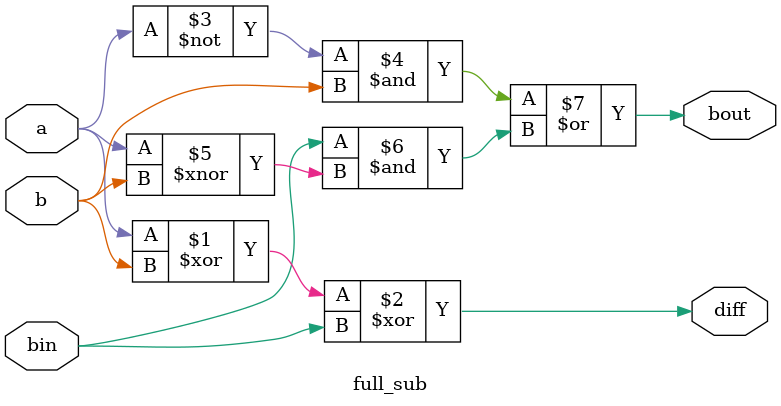
<source format=sv>
module full_sub(diff,bout,a,b,bin);
  input a, b, bin;
  output diff, bout;
  assign diff = a ^ b ^ bin ; // XOR of inputs
  assign bout = (~a & b) | (bin & (a ~^ b)); // simplifying the min terms 
endmodule

  

</source>
